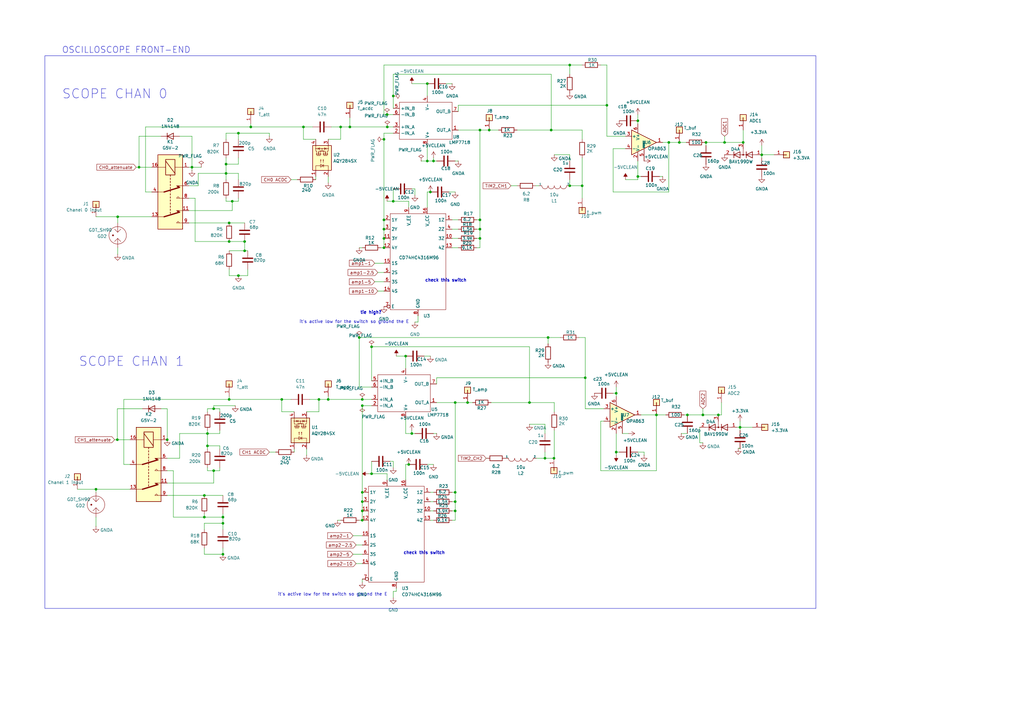
<source format=kicad_sch>
(kicad_sch (version 20231120) (generator "eeschema") (generator_version "8.0")
  (paper "A3")
  (junction (at 304.8 58.42))
  (junction (at 261.62 49.53))
  (junction (at 167.64 190.5))
  (junction (at 93.98 99.06))
  (junction (at 39.37 200.66))
  (junction (at 85.09 182.88))
  (junction (at 157.48 90.17))
  (junction (at 233.68 26.67))
  (junction (at 91.44 212.09))
  (junction (at 157.48 57.15))
  (junction (at 134.62 163.83))
  (junction (at 196.85 90.17))
  (junction (at 92.71 71.12))
  (junction (at 161.29 39.37))
  (junction (at 83.82 212.09))
  (junction (at 157.48 101.6))
  (junction (at 130.81 163.83))
  (junction (at 48.26 88.9))
  (junction (at 186.69 165.1))
  (junction (at 83.82 203.2))
  (junction (at 68.58 180.34))
  (junction (at 196.85 53.34))
  (junction (at 100.33 102.87))
  (junction (at 115.57 163.83))
  (junction (at 85.09 177.8))
  (junction (at 48.133 180.34))
  (junction (at 161.29 82.55))
  (junction (at 158.75 46.99))
  (junction (at 87.63 167.64))
  (junction (at 196.85 93.98))
  (junction (at 186.69 201.93))
  (junction (at 176.53 78.74))
  (junction (at 148.59 201.93))
  (junction (at 294.64 170.18))
  (junction (at 157.48 97.79))
  (junction (at 157.48 93.98))
  (junction (at 102.87 52.07))
  (junction (at 166.37 146.05))
  (junction (at 93.98 91.44))
  (junction (at 139.7 52.07))
  (junction (at 175.26 34.29))
  (junction (at 191.77 165.1))
  (junction (at 152.4 194.31))
  (junction (at 289.56 58.42))
  (junction (at 252.73 161.29))
  (junction (at 288.29 170.18))
  (junction (at 148.59 213.36))
  (junction (at 281.94 170.18))
  (junction (at 148.59 209.55))
  (junction (at 87.63 193.04))
  (junction (at 303.53 175.26))
  (junction (at 100.33 99.06))
  (junction (at 240.03 154.94))
  (junction (at 186.69 209.55))
  (junction (at 217.17 165.1))
  (junction (at 224.79 138.43))
  (junction (at 223.52 187.96))
  (junction (at 91.44 214.63))
  (junction (at 227.203 187.96))
  (junction (at 297.18 58.42))
  (junction (at 124.46 52.07))
  (junction (at 97.79 113.03))
  (junction (at 248.92 43.18))
  (junction (at 158.8513 52.07))
  (junction (at 148.59 163.83))
  (junction (at 226.06 53.34))
  (junction (at 177.8 66.04))
  (junction (at 57.023 68.58))
  (junction (at 252.73 185.42))
  (junction (at 148.59 205.74))
  (junction (at 200.66 53.34))
  (junction (at 175.26 66.04))
  (junction (at 274.32 58.42))
  (junction (at 238.76 76.2))
  (junction (at 147.32 138.43))
  (junction (at 168.91 177.8))
  (junction (at 93.98 163.83))
  (junction (at 91.44 227.33))
  (junction (at 196.85 97.79))
  (junction (at 148.59 166.37))
  (junction (at 186.69 205.74))
  (junction (at 78.74 68.58))
  (junction (at 143.51 52.07))
  (junction (at 97.79 54.61))
  (junction (at 92.71 67.31))
  (junction (at 261.62 72.39))
  (junction (at 269.24 170.18))
  (junction (at 278.638 58.42))
  (junction (at 95.25 82.55))
  (junction (at 152.4 142.24))
  (junction (at 312.42 63.5))
  (junction (at 233.68 76.2))
  (wire (pts (xy 83.82 214.63) (xy 91.44 214.63)))
  (wire (pts (xy 162.56 146.05) (xy 166.37 146.05)))
  (wire (pts (xy 186.69 165.1) (xy 191.77 165.1)))
  (wire (pts (xy 179.07 165.1) (xy 186.69 165.1)))
  (wire (pts (xy 251.46 60.96) (xy 251.46 78.74)))
  (wire (pts (xy 125.73 184.15) (xy 125.73 186.69)))
  (wire (pts (xy 80.01 81.28) (xy 80.01 99.06)))
  (wire (pts (xy 87.63 167.64) (xy 90.17 167.64)))
  (wire (pts (xy 186.69 66.04) (xy 187.96 66.04)))
  (wire (pts (xy 92.71 71.12) (xy 92.71 67.31)))
  (wire (pts (xy 223.52 185.42) (xy 223.52 187.96)))
  (wire (pts (xy 196.85 53.34) (xy 200.66 53.34)))
  (wire (pts (xy 186.69 165.1) (xy 186.69 201.93)))
  (wire (pts (xy 31.75 200.66) (xy 39.37 200.66)))
  (wire (pts (xy 227.33 187.96) (xy 227.33 176.53)))
  (wire (pts (xy 83.82 227.33) (xy 91.44 227.33)))
  (wire (pts (xy 166.37 190.5) (xy 167.64 190.5)))
  (wire (pts (xy 85.09 193.04) (xy 85.09 191.77)))
  (wire (pts (xy 274.32 58.42) (xy 278.638 58.42)))
  (wire (pts (xy 48.2346 104.267) (xy 48.26 101.6)))
  (wire (pts (xy 224.79 138.43) (xy 224.79 140.97)))
  (wire (pts (xy 77.47 81.28) (xy 80.01 81.28)))
  (wire (pts (xy 289.56 58.42) (xy 297.18 58.42)))
  (wire (pts (xy 115.57 163.83) (xy 119.38 163.83)))
  (wire (pts (xy 227.203 187.96) (xy 223.52 187.96)))
  (wire (pts (xy 148.59 201.93) (xy 148.59 205.74)))
  (wire (pts (xy 73.66 55.88) (xy 78.74 55.88)))
  (wire (pts (xy 85.09 182.88) (xy 90.17 182.88)))
  (wire (pts (xy 168.91 34.29) (xy 175.26 34.29)))
  (wire (pts (xy 176.53 205.74) (xy 177.8 205.74)))
  (wire (pts (xy 256.54 73.66) (xy 261.62 73.66)))
  (wire (pts (xy 91.44 214.63) (xy 91.44 217.17)))
  (wire (pts (xy 227.33 187.96) (xy 227.203 187.96)))
  (wire (pts (xy 93.98 110.49) (xy 93.98 113.03)))
  (wire (pts (xy 162.56 242.57) (xy 162.56 241.3)))
  (wire (pts (xy 81.28 76.2) (xy 81.28 71.12)))
  (wire (pts (xy 227.33 63.5) (xy 233.68 63.5)))
  (wire (pts (xy 297.18 55.88) (xy 297.18 58.42)))
  (wire (pts (xy 212.09 53.34) (xy 226.06 53.34)))
  (wire (pts (xy 289.052 58.42) (xy 289.56 58.42)))
  (wire (pts (xy 166.37 177.8) (xy 166.37 171.45)))
  (wire (pts (xy 303.53 172.72) (xy 303.53 175.26)))
  (wire (pts (xy 90.17 191.77) (xy 90.17 193.04)))
  (wire (pts (xy 68.58 180.34) (xy 68.58 167.64)))
  (wire (pts (xy 175.26 78.74) (xy 175.26 85.09)))
  (wire (pts (xy 110.49 185.42) (xy 113.03 185.42)))
  (wire (pts (xy 295.91 165.1) (xy 295.91 170.18)))
  (wire (pts (xy 233.68 63.5) (xy 233.68 66.04)))
  (wire (pts (xy 151.13 194.31) (xy 152.4 194.31)))
  (wire (pts (xy 252.73 161.29) (xy 252.73 162.56)))
  (wire (pts (xy 161.29 189.23) (xy 161.29 191.77)))
  (wire (pts (xy 248.92 26.67) (xy 248.92 43.18)))
  (wire (pts (xy 87.63 167.64) (xy 87.63 166.37)))
  (wire (pts (xy 129.54 72.39) (xy 129.54 73.66)))
  (wire (pts (xy 138.43 213.36) (xy 139.7 213.36)))
  (wire (pts (xy 77.47 91.44) (xy 93.98 91.44)))
  (wire (pts (xy 91.44 227.33) (xy 91.44 224.79)))
  (wire (pts (xy 144.78 219.71) (xy 148.59 219.71)))
  (wire (pts (xy 185.42 97.79) (xy 187.96 97.79)))
  (wire (pts (xy 261.62 72.39) (xy 261.62 73.66)))
  (wire (pts (xy 303.53 175.26) (xy 303.53 176.53)))
  (wire (pts (xy 252.73 185.42) (xy 254 185.42)))
  (wire (pts (xy 83.82 224.79) (xy 83.82 227.33)))
  (wire (pts (xy 175.26 34.29) (xy 175.26 39.37)))
  (wire (pts (xy 312.42 63.5) (xy 312.42 64.77)))
  (wire (pts (xy 274.32 78.74) (xy 274.32 58.42)))
  (wire (pts (xy 152.4 166.37) (xy 148.59 166.37)))
  (wire (pts (xy 158.8513 52.07) (xy 161.29 52.07)))
  (wire (pts (xy 312.42 63.5) (xy 317.5 63.5)))
  (wire (pts (xy 92.71 64.77) (xy 92.71 67.31)))
  (wire (pts (xy 59.69 78.74) (xy 59.69 52.07)))
  (wire (pts (xy 100.33 102.87) (xy 100.33 99.06)))
  (wire (pts (xy 179.07 154.94) (xy 179.07 157.48)))
  (wire (pts (xy 77.47 86.36) (xy 95.25 86.36)))
  (wire (pts (xy 153.67 115.57) (xy 157.48 115.57)))
  (wire (pts (xy 185.42 34.29) (xy 182.88 34.29)))
  (wire (pts (xy 246.38 26.67) (xy 248.92 26.67)))
  (wire (pts (xy 171.45 132.08) (xy 171.45 129.54)))
  (wire (pts (xy 185.42 93.98) (xy 187.96 93.98)))
  (wire (pts (xy 158.75 194.31) (xy 158.75 196.85)))
  (wire (pts (xy 95.25 86.36) (xy 95.25 82.55)))
  (wire (pts (xy 186.69 201.93) (xy 186.69 205.74)))
  (wire (pts (xy 209.55 76.2) (xy 212.09 76.2)))
  (wire (pts (xy 48.26 88.9) (xy 62.23 88.9)))
  (wire (pts (xy 271.78 58.42) (xy 274.32 58.42)))
  (wire (pts (xy 135.89 52.07) (xy 139.7 52.07)))
  (wire (pts (xy 157.48 26.67) (xy 157.48 46.99)))
  (wire (pts (xy 102.87 52.07) (xy 102.87 50.8)))
  (wire (pts (xy 48.133 167.64) (xy 58.42 167.64)))
  (wire (pts (xy 196.85 53.34) (xy 196.85 90.17)))
  (wire (pts (xy 256.54 60.96) (xy 251.46 60.96)))
  (wire (pts (xy 175.26 66.04) (xy 177.8 66.04)))
  (wire (pts (xy 303.53 184.15) (xy 303.53 183.896)))
  (wire (pts (xy 187.96 43.18) (xy 187.96 45.72)))
  (wire (pts (xy 50.8 163.83) (xy 93.98 163.83)))
  (wire (pts (xy 252.73 177.8) (xy 252.73 185.42)))
  (wire (pts (xy 157.48 46.99) (xy 158.75 46.99)))
  (wire (pts (xy 152.4 194.31) (xy 158.75 194.31)))
  (wire (pts (xy 246.38 172.72) (xy 246.38 193.04)))
  (wire (pts (xy 129.54 57.15) (xy 124.46 57.15)))
  (wire (pts (xy 48.133 180.34) (xy 48.133 167.64)))
  (wire (pts (xy 57.023 68.58) (xy 57.023 55.88)))
  (wire (pts (xy 120.65 168.91) (xy 115.57 168.91)))
  (wire (pts (xy 168.91 177.8) (xy 170.18 177.8)))
  (wire (pts (xy 233.68 76.2) (xy 238.76 76.2)))
  (wire (pts (xy 166.37 146.05) (xy 166.37 151.13)))
  (wire (pts (xy 196.85 97.79) (xy 196.85 101.6)))
  (wire (pts (xy 124.46 52.07) (xy 124.46 57.15)))
  (wire (pts (xy 91.44 214.63) (xy 91.44 212.09)))
  (wire (pts (xy 73.66 187.96) (xy 73.66 177.8)))
  (wire (pts (xy 158.75 82.55) (xy 161.29 82.55)))
  (wire (pts (xy 186.69 209.55) (xy 186.69 213.36)))
  (wire (pts (xy 57.023 68.58) (xy 62.23 68.58)))
  (wire (pts (xy 269.24 193.04) (xy 269.24 170.18)))
  (wire (pts (xy 199.39 187.96) (xy 199.644 187.96)))
  (wire (pts (xy 83.82 210.82) (xy 83.82 212.09)))
  (wire (pts (xy 264.16 185.42) (xy 264.16 186.69)))
  (wire (pts (xy 154.94 119.38) (xy 157.48 119.38)))
  (wire (pts (xy 161.29 82.55) (xy 167.64 82.55)))
  (wire (pts (xy 281.94 170.18) (xy 288.29 170.18)))
  (wire (pts (xy 97.79 54.61) (xy 97.79 57.15)))
  (wire (pts (xy 93.98 99.06) (xy 80.01 99.06)))
  (wire (pts (xy 157.48 57.15) (xy 157.48 90.17)))
  (wire (pts (xy 158.75 46.99) (xy 161.29 46.99)))
  (wire (pts (xy 68.58 193.04) (xy 71.12 193.04)))
  (wire (pts (xy 186.69 213.36) (xy 185.42 213.36)))
  (wire (pts (xy 157.48 54.61) (xy 157.48 57.15)))
  (wire (pts (xy 39.37 88.9) (xy 48.26 88.9)))
  (wire (pts (xy 166.37 190.5) (xy 166.37 196.85)))
  (wire (pts (xy 134.62 163.83) (xy 148.59 163.83)))
  (wire (pts (xy 219.964 187.96) (xy 223.52 187.96)))
  (wire (pts (xy 185.42 201.93) (xy 186.69 201.93)))
  (wire (pts (xy 224.79 138.43) (xy 229.87 138.43)))
  (wire (pts (xy 238.76 76.2) (xy 238.76 81.28)))
  (wire (pts (xy 55.88 68.58) (xy 57.023 68.58)))
  (wire (pts (xy 92.71 71.12) (xy 97.79 71.12)))
  (wire (pts (xy 68.58 198.12) (xy 87.63 198.12)))
  (wire (pts (xy 289.56 59.69) (xy 289.56 58.42)))
  (wire (pts (xy 85.09 177.8) (xy 85.09 182.88)))
  (wire (pts (xy 223.52 173.99) (xy 217.17 173.99)))
  (wire (pts (xy 148.59 237.49) (xy 148.59 238.76)))
  (wire (pts (xy 85.09 184.15) (xy 85.09 182.88)))
  (wire (pts (xy 152.4 189.23) (xy 152.4 194.31)))
  (wire (pts (xy 39.37 200.66) (xy 39.37 201.93)))
  (wire (pts (xy 186.69 209.55) (xy 185.42 209.55)))
  (wire (pts (xy 170.18 77.47) (xy 170.18 80.01)))
  (wire (pts (xy 68.58 187.96) (xy 73.66 187.96)))
  (wire (pts (xy 303.53 183.896) (xy 302.768 183.896)))
  (wire (pts (xy 176.53 201.93) (xy 177.8 201.93)))
  (wire (pts (xy 119.38 73.66) (xy 121.92 73.66)))
  (wire (pts (xy 195.58 90.17) (xy 196.85 90.17)))
  (wire (pts (xy 187.96 43.18) (xy 248.92 43.18)))
  (wire (pts (xy 269.24 170.18) (xy 273.05 170.18)))
  (wire (pts (xy 161.29 30.48) (xy 226.06 30.48)))
  (wire (pts (xy 68.58 167.64) (xy 66.04 167.64)))
  (wire (pts (xy 46.99 180.34) (xy 48.133 180.34)))
  (wire (pts (xy 156.21 101.6) (xy 157.48 101.6)))
  (wire (pts (xy 62.23 78.74) (xy 59.69 78.74)))
  (wire (pts (xy 166.37 177.8) (xy 168.91 177.8)))
  (wire (pts (xy 85.09 168.91) (xy 85.09 167.64)))
  (wire (pts (xy 83.82 203.2) (xy 91.44 203.2)))
  (wire (pts (xy 312.42 59.69) (xy 312.42 63.5)))
  (wire (pts (xy 92.71 67.31) (xy 97.79 67.31)))
  (wire (pts (xy 168.91 77.47) (xy 170.18 77.47)))
  (wire (pts (xy 196.85 90.17) (xy 196.85 93.98)))
  (wire (pts (xy 90.17 177.8) (xy 90.17 176.53)))
  (wire (pts (xy 146.05 223.52) (xy 148.59 223.52)))
  (wire (pts (xy 252.73 186.69) (xy 252.73 185.42)))
  (wire (pts (xy 78.74 68.58) (xy 82.55 68.58)))
  (wire (pts (xy 238.76 64.77) (xy 238.76 76.2)))
  (wire (pts (xy 271.78 72.39) (xy 270.51 72.39)))
  (wire (pts (xy 48.26 88.9) (xy 48.26 91.44)))
  (wire (pts (xy 127 163.83) (xy 130.81 163.83)))
  (wire (pts (xy 91.44 212.09) (xy 91.44 210.82)))
  (wire (pts (xy 48.133 180.34) (xy 53.34 180.34)))
  (wire (pts (xy 148.59 163.83) (xy 152.4 163.83)))
  (wire (pts (xy 143.51 48.26) (xy 143.51 52.07)))
  (wire (pts (xy 177.8 64.77) (xy 177.8 66.04)))
  (wire (pts (xy 185.42 205.74) (xy 186.69 205.74)))
  (wire (pts (xy 147.32 101.6) (xy 148.59 101.6)))
  (wire (pts (xy 303.53 175.26) (xy 308.61 175.26)))
  (wire (pts (xy 238.76 26.67) (xy 233.68 26.67)))
  (wire (pts (xy 97.79 113.03) (xy 101.6 113.03)))
  (wire (pts (xy 92.71 54.61) (xy 97.79 54.61)))
  (wire (pts (xy 134.62 57.15) (xy 139.7 57.15)))
  (wire (pts (xy 85.09 177.8) (xy 90.17 177.8)))
  (wire (pts (xy 147.32 138.43) (xy 147.32 158.75)))
  (wire (pts (xy 179.07 154.94) (xy 240.03 154.94)))
  (wire (pts (xy 161.29 39.37) (xy 161.29 30.48)))
  (wire (pts (xy 101.6 113.03) (xy 101.6 110.49)))
  (wire (pts (xy 97.79 54.61) (xy 110.49 54.61)))
  (wire (pts (xy 261.62 72.39) (xy 262.89 72.39)))
  (wire (pts (xy 93.98 113.03) (xy 97.79 113.03)))
  (wire (pts (xy 176.53 209.55) (xy 177.8 209.55)))
  (wire (pts (xy 90.17 193.04) (xy 87.63 193.04)))
  (wire (pts (xy 95.25 82.55) (xy 92.71 82.55)))
  (wire (pts (xy 161.29 242.57) (xy 162.56 242.57)))
  (wire (pts (xy 240.03 138.43) (xy 240.03 154.94)))
  (wire (pts (xy 248.92 43.18) (xy 248.92 55.88)))
  (wire (pts (xy 227.33 165.1) (xy 217.17 165.1)))
  (wire (pts (xy 161.29 77.47) (xy 161.29 82.55)))
  (wire (pts (xy 78.74 68.58) (xy 77.47 68.58)))
  (wire (pts (xy 261.62 46.99) (xy 261.62 49.53)))
  (wire (pts (xy 147.32 158.75) (xy 152.4 158.75)))
  (wire (pts (xy 238.76 57.15) (xy 238.76 53.34)))
  (wire (pts (xy 92.71 71.12) (xy 92.71 73.66)))
  (wire (pts (xy 201.422 165.1) (xy 217.17 165.1)))
  (wire (pts (xy 93.98 99.06) (xy 100.33 99.06)))
  (wire (pts (xy 227.33 168.91) (xy 227.33 165.1)))
  (wire (pts (xy 157.48 26.67) (xy 233.68 26.67)))
  (wire (pts (xy 85.09 177.8) (xy 85.09 176.53)))
  (wire (pts (xy 219.71 76.2) (xy 220.98 76.2)))
  (wire (pts (xy 57.023 55.88) (xy 66.04 55.88)))
  (wire (pts (xy 73.66 177.8) (xy 85.09 177.8)))
  (wire (pts (xy 81.28 71.12) (xy 92.71 71.12)))
  (wire (pts (xy 217.17 142.24) (xy 217.17 165.1)))
  (wire (pts (xy 191.77 165.1) (xy 193.802 165.1)))
  (wire (pts (xy 240.03 154.94) (xy 240.03 167.64)))
  (wire (pts (xy 87.63 166.37) (xy 96.52 166.37)))
  (wire (pts (xy 139.7 52.07) (xy 143.51 52.07)))
  (wire (pts (xy 90.17 182.88) (xy 90.17 184.15)))
  (wire (pts (xy 120.65 184.15) (xy 120.65 185.42)))
  (wire (pts (xy 92.71 82.55) (xy 92.71 81.28)))
  (wire (pts (xy 161.29 54.61) (xy 157.48 54.61)))
  (wire (pts (xy 196.85 101.6) (xy 195.58 101.6)))
  (wire (pts (xy 83.82 217.17) (xy 83.82 214.63)))
  (wire (pts (xy 83.82 212.09) (xy 71.12 212.09)))
  (wire (pts (xy 185.42 90.17) (xy 187.96 90.17)))
  (wire (pts (xy 281.432 58.42) (xy 278.638 58.42)))
  (wire (pts (xy 200.66 53.34) (xy 204.47 53.34)))
  (wire (pts (xy 185.42 101.6) (xy 187.96 101.6)))
  (wire (pts (xy 147.32 138.43) (xy 224.79 138.43)))
  (wire (pts (xy 172.72 66.04) (xy 175.26 66.04)))
  (wire (pts (xy 261.62 49.53) (xy 261.62 50.8)))
  (wire (pts (xy 186.69 78.74) (xy 184.15 78.74)))
  (wire (pts (xy 223.52 177.8) (xy 223.52 173.99)))
  (wire (pts (xy 130.81 163.83) (xy 134.62 163.83)))
  (wire (pts (xy 288.29 170.18) (xy 294.64 170.18)))
  (wire (pts (xy 262.89 170.18) (xy 269.24 170.18)))
  (wire (pts (xy 195.58 93.98) (xy 196.85 93.98)))
  (wire (pts (xy 92.71 54.61) (xy 92.71 57.15)))
  (wire (pts (xy 187.96 53.34) (xy 196.85 53.34)))
  (wire (pts (xy 196.85 97.79) (xy 195.58 97.79)))
  (wire (pts (xy 152.4 156.21) (xy 152.4 142.24)))
  (wire (pts (xy 160.02 189.23) (xy 161.29 189.23)))
  (wire (pts (xy 233.68 26.67) (xy 233.68 30.48)))
  (wire (pts (xy 125.73 168.91) (xy 130.81 168.91)))
  (wire (pts (xy 147.32 213.36) (xy 148.59 213.36)))
  (wire (pts (xy 87.63 193.04) (xy 85.09 193.04)))
  (wire (pts (xy 261.62 66.04) (xy 261.62 72.39)))
  (wire (pts (xy 85.09 167.64) (xy 87.63 167.64)))
  (wire (pts (xy 93.98 163.83) (xy 115.57 163.83)))
  (wire (pts (xy 78.74 55.88) (xy 78.74 68.58)))
  (wire (pts (xy 97.79 81.28) (xy 97.79 82.55)))
  (wire (pts (xy 287.02 181.61) (xy 287.02 175.26)))
  (wire (pts (xy 146.05 231.14) (xy 148.59 231.14)))
  (wire (pts (xy 148.59 166.37) (xy 148.59 201.93)))
  (wire (pts (xy 248.92 55.88) (xy 256.54 55.88)))
  (wire (pts (xy 167.64 82.55) (xy 167.64 85.09)))
  (wire (pts (xy 110.49 54.61) (xy 110.49 55.88)))
  (wire (pts (xy 90.17 167.64) (xy 90.17 168.91)))
  (wire (pts (xy 39.37 212.09) (xy 39.37 215.9)))
  (wire (pts (xy 97.79 82.55) (xy 95.25 82.55)))
  (wire (pts (xy 176.53 213.36) (xy 177.8 213.36)))
  (wire (pts (xy 177.8 177.8) (xy 179.07 177.8)))
  (wire (pts (xy 97.79 71.12) (xy 97.79 73.66)))
  (wire (pts (xy 175.26 78.74) (xy 176.53 78.74)))
  (wire (pts (xy 304.8 53.34) (xy 304.8 58.42)))
  (wire (pts (xy 302.26 175.26) (xy 303.53 175.26)))
  (wire (pts (xy 39.37 200.66) (xy 53.34 200.66)))
  (wire (pts (xy 139.7 57.15) (xy 139.7 52.07)))
  (wire (pts (xy 247.65 172.72) (xy 246.38 172.72)))
  (wire (pts (xy 93.98 102.87) (xy 100.33 102.87)))
  (wire (pts (xy 157.48 93.98) (xy 157.48 97.79)))
  (wire (pts (xy 255.27 177.8) (xy 257.81 177.8)))
  (wire (pts (xy 297.18 58.42) (xy 304.8 58.42)))
  (wire (pts (xy 251.46 161.29) (xy 252.73 161.29)))
  (wire (pts (xy 53.34 190.5) (xy 50.8 190.5)))
  (wire (pts (xy 59.69 52.07) (xy 102.87 52.07)))
  (wire (pts (xy 170.18 132.08) (xy 171.45 132.08)))
  (wire (pts (xy 237.49 138.43) (xy 240.03 138.43)))
  (wire (pts (xy 50.8 190.5) (xy 50.8 163.83)))
  (wire (pts (xy 68.58 203.2) (xy 83.82 203.2)))
  (wire (pts (xy 177.8 66.04) (xy 179.07 66.04)))
  (wire (pts (xy 161.29 242.57) (xy 161.29 245.11)))
  (wire (pts (xy 288.29 181.61) (xy 287.02 181.61)))
  (wire (pts (xy 246.38 193.04) (xy 269.24 193.04)))
  (wire (pts (xy 176.53 146.05) (xy 173.99 146.05)))
  (wire (pts (xy 148.59 209.55) (xy 148.59 213.36)))
  (wire (pts (xy 251.46 78.74) (xy 274.32 78.74)))
  (wire (pts (xy 261.62 185.42) (xy 264.16 185.42)))
  (wire (pts (xy 252.73 158.75) (xy 252.73 161.29)))
  (wire (pts (xy 102.87 52.07) (xy 124.46 52.07)))
  (wire (pts (xy 240.03 167.64) (xy 247.65 167.64)))
  (wire (pts (xy 71.12 193.04) (xy 71.12 212.09)))
  (wire (pts (xy 175.26 66.04) (xy 175.26 59.69)))
  (wire (pts (xy 161.29 44.45) (xy 161.29 39.37)))
  (wire (pts (xy 97.79 67.31) (xy 97.79 64.77)))
  (wire (pts (xy 130.81 168.91) (xy 130.81 163.83)))
  (wire (pts (xy 148.59 205.74) (xy 148.59 209.55)))
  (wire (pts (xy 294.64 170.18) (xy 295.91 170.18)))
  (wire (pts (xy 157.48 90.17) (xy 157.48 93.98)))
  (wire (pts (xy 93.98 163.83) (xy 93.98 162.56)))
  (wire (pts (xy 134.62 163.83) (xy 134.62 162.56)))
  (wire (pts (xy 157.48 97.79) (xy 157.48 101.6)))
  (wire (pts (xy 226.06 30.48) (xy 226.06 53.34)))
  (wire (pts (xy 288.29 167.64) (xy 288.29 170.18)))
  (wire (pts (xy 100.33 102.87) (xy 101.6 102.87)))
  (wire (pts (xy 186.69 205.74) (xy 186.69 209.55)))
  (wire (pts (xy 281.94 170.18) (xy 280.67 170.18)))
  (wire (pts (xy 78.74 69.85) (xy 78.74 68.58)))
  (wire (pts (xy 143.51 52.07) (xy 158.8513 52.07)))
  (wire (pts (xy 154.94 111.76) (xy 157.48 111.76)))
  (wire (pts (xy 279.4 177.8) (xy 281.94 177.8)))
  (wire (pts (xy 168.91 176.53) (xy 168.91 177.8)))
  (wire (pts (xy 177.8 190.5) (xy 175.26 190.5)))
  (wire (pts (xy 152.4 142.24) (xy 217.17 142.24)))
  (wire (pts (xy 124.46 52.07) (xy 128.27 52.07)))
  (wire (pts (xy 83.82 212.09) (xy 91.44 212.09)))
  (wire (pts (xy 144.78 227.33) (xy 148.59 227.33)))
  (wire (pts (xy 134.62 72.39) (xy 134.62 74.93)))
  (wire (pts (xy 233.68 73.66) (xy 233.68 76.2)))
  (wire (pts (xy 196.85 93.98) (xy 196.85 97.79)))
  (wire (pts (xy 115.57 168.91) (xy 115.57 163.83)))
  (wire (pts (xy 153.67 107.95) (xy 157.48 107.95)))
  (wire (pts (xy 238.76 53.34) (xy 226.06 53.34)))
  (wire (pts (xy 87.63 198.12) (xy 87.63 193.04)))
  (wire (pts (xy 93.98 91.44) (xy 100.33 91.44)))
  (wire (pts (xy 77.47 76.2) (xy 81.28 76.2)))
  (rectangle (start 18.415 22.86) (end 334.645 249.555))
  (text "OSCILLOSCOPE FRONT-END" (at 25.4 22.098 0) (effects (font (size 2.54 2.54)) (justify left bottom)))
  (text "it's active low for the switch so ground the E\n" (at 145.288 132.08 0) (effects (font (size 1.27 1.27))))
  (text "SCOPE CHAN 0\n" (at 25.4 40.894 0) (effects (font (size 3.81 3.81)) (justify left bottom)))
  (text "it's active low for the switch so ground the E\n" (at 136.398 243.84 0) (effects (font (size 1.27 1.27))))
  (text "SCOPE CHAN 1" (at 32.258 150.622 0) (effects (font (size 3.81 3.81)) (justify left bottom)))
  (text "tie high?" (at 152.146 128.27 0) (effects (font (size 1.27 1.27) (thickness 0.254) (bold yes))))
  (text "check this switch" (at 182.88 115.062 0) (effects (font (size 1.27 1.27) (thickness 0.254) (bold yes))))
  (text "check this switch" (at 173.99 226.822 0) (effects (font (size 1.27 1.27) (thickness 0.254) (bold yes))))
  (global_label "amp2-1" (shape input) (at 144.78 219.71 180) (property "Intersheetrefs" "${INTERSHEET_REFS}" (effects (hide yes))))
  (global_label "CH1_attenuate" (shape input) (at 46.99 180.34 180) (property "Intersheetrefs" "${INTERSHEET_REFS}" (effects (hide yes))))
  (global_label "CH0 ACDC" (shape input) (at 119.38 73.66 180) (property "Intersheetrefs" "${INTERSHEET_REFS}" (effects (hide yes))))
  (global_label "CH1 ACDC" (shape input) (at 110.49 185.42 180) (property "Intersheetrefs" "${INTERSHEET_REFS}" (effects (hide yes))))
  (global_label "amp1-2.5" (shape input) (at 154.94 111.76 180) (property "Intersheetrefs" "${INTERSHEET_REFS}" (effects (hide yes))))
  (global_label "amp2-5" (shape input) (at 144.78 227.33 180) (property "Intersheetrefs" "${INTERSHEET_REFS}" (effects (hide yes))))
  (global_label "amp2-10" (shape input) (at 146.05 231.14 180) (property "Intersheetrefs" "${INTERSHEET_REFS}" (effects (hide yes))))
  (global_label "amp2-2.5" (shape input) (at 146.05 223.52 180) (property "Intersheetrefs" "${INTERSHEET_REFS}" (effects (hide yes))))
  (global_label "CH0_attenuate" (shape input) (at 55.88 68.58 180) (property "Intersheetrefs" "${INTERSHEET_REFS}" (effects (hide yes))))
  (global_label "amp1-1" (shape input) (at 153.67 107.95 180) (property "Intersheetrefs" "${INTERSHEET_REFS}" (effects (hide yes))))
  (global_label "amp1-5" (shape input) (at 153.67 115.57 180) (property "Intersheetrefs" "${INTERSHEET_REFS}" (effects (hide yes))))
  (global_label "TIM2_CH1" (shape input) (at 209.55 76.2 180) (property "Intersheetrefs" "${INTERSHEET_REFS}" (effects (hide yes))))
  (global_label "amp1-10" (shape input) (at 154.94 119.38 180) (property "Intersheetrefs" "${INTERSHEET_REFS}" (effects (hide yes))))
  (global_label "ADC2" (shape input) (at 288.29 167.64 90) (property "Intersheetrefs" "${INTERSHEET_REFS}" (effects (hide yes))))
  (global_label "TIM2_CH2" (shape input) (at 199.39 187.96 180) (property "Intersheetrefs" "${INTERSHEET_REFS}" (effects (hide yes))))
  (global_label "ADC1" (shape input) (at 297.18 55.88 90) (property "Intersheetrefs" "${INTERSHEET_REFS}" (effects (hide yes))))
  (symbol (lib_id "power:GND") (at 148.59 238.76 0) (unit 1)
    (property "Reference" "#PWR013" (effects (hide yes)))
    (property "Value" "GND" (at 148.59 243.84 0))
  )
  (symbol (lib_id "power:+3.3V") (at 312.42 59.69 0) (unit 1)
    (property "Reference" "#PWR040" (effects (hide yes)))
    (property "Value" "+3.3VA" (at 311.15 54.229 0))
  )
  (symbol (lib_id "power:GNDA") (at 297.18 63.5 0) (unit 1)
    (property "Reference" "#PWR050" (effects (hide yes)))
    (property "Value" "GNDA" (at 297.18 68.58 0))
  )
  (symbol (lib_id "Connector_Generic:Conn_01x01") (at 200.66 48.26 90) (unit 1)
    (property "Reference" "J8" (at 199.644 45.466 90) (effects (justify right)))
    (property "Value" "T_amp" (at 202.692 48.006 90) (effects (justify right)))
    (property "Footprint" "Connector_PinHeader_2.54mm:PinHeader_1x01_P2.54mm_Vertical" (effects (hide yes)))
  )
  (symbol (lib_id "Device:R") (at 83.82 207.01 0) (mirror x) (unit 1)
    (property "Reference" "R6" (at 81.28 205.7399 0) (effects (justify right)))
    (property "Value" "820K" (at 81.28 208.2799 0) (effects (justify right)))
    (property "Footprint" "Resistor_SMD:R_0603_1608Metric_Pad0.98x0.95mm_HandSolder" (effects (hide yes)))
  )
  (symbol (lib_id "power:GNDA") (at 97.79 113.03 0) (unit 1)
    (property "Reference" "#PWR08" (effects (hide yes)))
    (property "Value" "GNDA" (at 97.79 118.11 0))
  )
  (symbol (lib_id "Device:C") (at 179.07 34.29 90) (unit 1)
    (property "Reference" "C16" (at 181.864 35.56 90))
    (property "Value" "100n" (at 179.5272 37.846 90))
    (property "Footprint" "Capacitor_SMD:C_0603_1608Metric_Pad1.08x0.95mm_HandSolder" (effects (hide yes)))
  )
  (symbol (lib_id "power:-5V") (at 158.75 82.55 0) (unit 1)
    (property "Reference" "#PWR016" (effects (hide yes)))
    (property "Value" "-5VCLEAN" (at 158.75 77.47 0))
  )
  (symbol (lib_id "Device:R") (at 181.61 201.93 90) (unit 1)
    (property "Reference" "R23" (at 181.8894 199.4154 90))
    (property "Value" "6.2" (at 181.4322 201.7268 90))
    (property "Footprint" "Resistor_SMD:R_0603_1608Metric_Pad0.98x0.95mm_HandSolder" (effects (hide yes)))
  )
  (symbol (lib_id "power:PWR_FLAG") (at 157.48 57.15 90) (unit 1)
    (property "Reference" "#FLG05" (effects (hide yes)))
    (property "Value" "PWR_FLAG" (at 152.908 61.722 0))
  )
  (symbol (lib_id "Device:R") (at 191.77 90.17 90) (unit 1)
    (property "Reference" "R17" (at 192.0494 87.6554 90))
    (property "Value" "6.2" (at 191.5922 89.9668 90))
    (property "Footprint" "Resistor_SMD:R_0603_1608Metric_Pad0.98x0.95mm_HandSolder" (effects (hide yes)))
  )
  (symbol (lib_id "Device:R") (at 83.82 220.98 0) (mirror x) (unit 1)
    (property "Reference" "R18" (at 81.915 219.7099 0) (effects (justify right)))
    (property "Value" "68K" (at 81.915 222.2499 0) (effects (justify right)))
    (property "Footprint" "Resistor_SMD:R_0603_1608Metric_Pad0.98x0.95mm_HandSolder" (effects (hide yes)))
  )
  (symbol (lib_id "Device:R") (at 181.61 209.55 90) (unit 1)
    (property "Reference" "R25" (at 181.8894 207.3148 90))
    (property "Value" "3.9K" (at 181.61 209.55 90))
    (property "Footprint" "Resistor_SMD:R_0603_1608Metric_Pad0.98x0.95mm_HandSolder" (effects (hide yes)))
  )
  (symbol (lib_id "power:GNDA") (at 224.79 148.59 0) (unit 1)
    (property "Reference" "#PWR034" (effects (hide yes)))
    (property "Value" "GNDA" (at 229.108 150.114 0))
  )
  (symbol (lib_id "Device:C") (at 266.7 72.39 90) (unit 1)
    (property "Reference" "C19" (at 266.7 69.088 90))
    (property "Value" "100n" (at 267.1572 75.946 90))
    (property "Footprint" "Capacitor_SMD:C_0603_1608Metric_Pad1.08x0.95mm_HandSolder" (effects (hide yes)))
  )
  (symbol (lib_id "Device:R") (at 233.68 34.29 0) (unit 1)
    (property "Reference" "R27" (at 228.346 33.274 0) (effects (justify left)))
    (property "Value" "2K" (at 229.616 35.306 0) (effects (justify left)))
    (property "Footprint" "Resistor_SMD:R_0603_1608Metric_Pad0.98x0.95mm_HandSolder" (effects (hide yes)))
  )
  (symbol (lib_name "PWR_FLAG_8") (lib_id "power:PWR_FLAG") (at 158.75 46.99 0) (unit 1)
    (property "Reference" "#FLG06" (effects (hide yes)))
    (property "Value" "PWR_FLAG" (at 154.178 42.418 0))
  )
  (symbol (lib_name "-5V_5") (lib_id "power:-5V") (at 256.54 73.66 0) (unit 1)
    (property "Reference" "#PWR043" (effects (hide yes)))
    (property "Value" "-5VCLEAN" (at 256.54 68.58 0))
  )
  (symbol (lib_id "Connector_Generic:Conn_01x01") (at 313.69 175.26 0) (unit 1)
    (property "Reference" "J16" (at 316.23 173.9899 0) (effects (justify left)))
    (property "Value" "+3.3VA" (at 316.23 176.5299 0) (effects (justify left)))
    (property "Footprint" "Connector_PinHeader_2.54mm:PinHeader_1x01_P2.54mm_Vertical" (effects (hide yes)))
  )
  (symbol (lib_id "Device:GDT_2Pin") (at 48.26 96.52 180) (unit 1)
    (property "Reference" "GD2" (at 39.878 96.901 0) (effects (justify right)))
    (property "Value" "GDT_SH90" (at 36.322 94.361 0) (effects (justify right)))
    (property "Footprint" "footprints:GDT_SH_LTF" (effects (hide yes)))
  )
  (symbol (lib_id "power:GNDA") (at 179.07 177.8 0) (unit 1)
    (property "Reference" "#PWR029" (effects (hide yes)))
    (property "Value" "GNDA" (at 183.388 179.324 0))
  )
  (symbol (lib_id "power:GNDA") (at 233.68 38.1 0) (unit 1)
    (property "Reference" "#PWR035" (effects (hide yes)))
    (property "Value" "GNDA" (at 237.998 39.624 0))
  )
  (symbol (lib_id "Relay:G5V-2") (at 69.85 78.74 270) (unit 1)
    (property "Reference" "K1" (at 69.85 58.1406 90))
    (property "Value" "G5V-2" (at 69.85 60.6806 90))
    (property "Footprint" "Relay_THT:Relay_DPDT_Omron_G5V-2" (effects (hide yes)))
    (property "Datasheet" "http://omronfs.omron.com/en_US/ecb/products/pdf/en-g5v_2.pdf" (effects (hide yes)))
  )
  (symbol (lib_id "Device:R") (at 233.68 138.43 90) (unit 1)
    (property "Reference" "R31" (at 234.0864 136.3726 90))
    (property "Value" "1K" (at 233.8832 138.4554 90))
    (property "Footprint" "Resistor_SMD:R_0603_1608Metric_Pad0.98x0.95mm_HandSolder" (effects (hide yes)))
  )
  (symbol (lib_id "Relay_SolidState:TLP3123") (at 132.08 64.77 90) (unit 1)
    (property "Reference" "U2" (at 136.652 63.4999 90) (effects (justify right)))
    (property "Value" "AQY284SX" (at 136.652 66.0399 90) (effects (justify right)))
    (property "Footprint" "Package_SO:SOP-4_3.8x4.1mm_P2.54mm" (effects (hide yes)))
    (property "Datasheet" "https://toshiba.semicon-storage.com/info/docget.jsp?did=10047&prodName=TLP3123" (effects (hide yes)))
  )
  (symbol (lib_id "power:GNDA") (at 288.29 181.61 0) (unit 1)
    (property "Reference" "#PWR048" (effects (hide yes)))
    (property "Value" "GNDA" (at 292.608 183.134 0))
  )
  (symbol (lib_id "Device:R") (at 93.98 106.68 0) (mirror x) (unit 1)
    (property "Reference" "R6" (at 92.075 105.4099 0) (effects (justify right)))
    (property "Value" "68K" (at 92.075 107.9499 0) (effects (justify right)))
    (property "Footprint" "Resistor_SMD:R_0603_1608Metric_Pad0.98x0.95mm_HandSolder" (effects (hide yes)))
  )
  (symbol (lib_id "Device:C") (at 303.53 180.34 0) (unit 1)
    (property "Reference" "C26" (at 305.054 178.562 0))
    (property "Value" "100n" (at 306.578 182.88 0))
    (property "Footprint" "Capacitor_SMD:C_0603_1608Metric_Pad1.08x0.95mm_HandSolder" (effects (hide yes)))
  )
  (symbol (lib_id "Device:R") (at 191.77 101.6 90) (unit 1)
    (property "Reference" "R20" (at 191.5922 99.7458 90))
    (property "Value" "9.1K" (at 191.5922 101.6 90))
    (property "Footprint" "Resistor_SMD:R_0603_1608Metric_Pad0.98x0.95mm_HandSolder" (effects (hide yes)))
  )
  (symbol (lib_id "Device:R") (at 285.242 58.42 90) (unit 1)
    (property "Reference" "R32" (at 285.623 55.0926 90))
    (property "Value" "100" (at 285.496 58.3946 90))
    (property "Footprint" "Resistor_SMD:R_0603_1608Metric_Pad0.98x0.95mm_HandSolder" (effects (hide yes)))
  )
  (symbol (lib_id "Device:R") (at 92.71 77.47 0) (mirror y) (unit 1)
    (property "Reference" "R8" (at 90.0176 76.1999 0) (effects (justify left)))
    (property "Value" "200k" (at 90.0176 78.7399 0) (effects (justify left)))
    (property "Footprint" "Resistor_SMD:R_0603_1608Metric_Pad0.98x0.95mm_HandSolder" (effects (hide yes)))
  )
  (symbol (lib_id "power:GNDA") (at 289.56 67.31 0) (unit 1)
    (property "Reference" "#PWR049" (effects (hide yes)))
    (property "Value" "GNDA" (at 289.56 72.39 0))
  )
  (symbol (lib_id "power:GNDA") (at 185.42 34.29 0) (unit 1)
    (property "Reference" "#PWR030" (effects (hide yes)))
    (property "Value" "GNDA" (at 185.42 39.37 0))
  )
  (symbol (lib_name "GND_8") (lib_id "power:GND") (at 186.69 78.74 0) (unit 1)
    (property "Reference" "#PWR031" (effects (hide yes)))
    (property "Value" "GND" (at 186.69 83.82 0))
  )
  (symbol (lib_id "power:GNDA") (at 96.52 166.37 0) (unit 1)
    (property "Reference" "#PWR05" (effects (hide yes)))
    (property "Value" "GNDA" (at 100.838 167.894 0))
  )
  (symbol (lib_id "Device:C") (at 91.44 220.98 0) (mirror y) (unit 1)
    (property "Reference" "C10" (at 97.282 218.948 0) (effects (justify left)))
    (property "Value" "820p" (at 98.806 220.98 0) (effects (justify left)))
    (property "Footprint" "Capacitor_SMD:C_0603_1608Metric_Pad1.08x0.95mm_HandSolder" (effects (hide yes)))
  )
  (symbol (lib_id "Device:C") (at 289.56 63.5 0) (unit 1)
    (property "Reference" "C26" (at 284.226 63.754 0) (effects (justify left)))
    (property "Value" "160p" (at 290.068 66.04 0) (effects (justify left)))
    (property "Footprint" "Capacitor_SMD:C_0603_1608Metric_Pad1.08x0.95mm_HandSolder" (effects (hide yes)))
  )
  (symbol (lib_id "Connector_Generic:Conn_01x01") (at 143.51 43.18 90) (unit 1)
    (property "Reference" "J5" (at 146.558 41.9099 90) (effects (justify right)))
    (property "Value" "T_acdc" (at 146.558 44.4499 90) (effects (justify right)))
    (property "Footprint" "Connector_PinHeader_2.54mm:PinHeader_1x01_P2.54mm_Vertical" (effects (hide yes)))
  )
  (symbol (lib_id "Connector_Generic:Conn_01x01") (at 278.638 53.34 90) (unit 1)
    (property "Reference" "J12" (at 276.606 51.054 90) (effects (justify right)))
    (property "Value" "T_buf" (at 280.416 52.451 90) (effects (justify right)))
    (property "Footprint" "Connector_PinHeader_2.54mm:PinHeader_1x01_P2.54mm_Vertical" (effects (hide yes)))
  )
  (symbol (lib_id "Device:R") (at 238.76 60.96 0) (mirror x) (unit 1)
    (property "Reference" "R29" (at 240.538 59.944 0) (effects (justify left)))
    (property "Value" "2K" (at 240.538 61.976 0) (effects (justify left)))
    (property "Footprint" "Resistor_SMD:R_0603_1608Metric_Pad0.98x0.95mm_HandSolder" (effects (hide yes)))
  )
  (symbol (lib_name "GND_7") (lib_id "power:GND") (at 170.18 80.01 0) (unit 1)
    (property "Reference" "#PWR022" (effects (hide yes)))
    (property "Value" "GND" (at 170.18 85.09 0))
  )
  (symbol (lib_id "power:+5V") (at 167.64 190.5 0) (unit 1)
    (property "Reference" "#PWR020" (effects (hide yes)))
    (property "Value" "+5VCLEAN" (at 167.64 185.42 0))
  )
  (symbol (lib_name "PWR_FLAG_7") (lib_id "power:PWR_FLAG") (at 158.8513 52.07 0) (unit 1)
    (property "Reference" "#FLG07" (effects (hide yes)))
    (property "Value" "PWR_FLAG" (at 154.2793 47.498 0))
  )
  (symbol (lib_name "PWR_FLAG_9") (lib_id "power:PWR_FLAG") (at 82.55 68.58 0) (unit 1)
    (property "Reference" "#FLG014" (effects (hide yes)))
    (property "Value" "PWR_FLAG" (at 77.978 64.008 0))
  )
  (symbol (lib_id "power:GNDA") (at 39.37 215.9 0) (unit 1)
    (property "Reference" "#PWR01" (effects (hide yes)))
    (property "Value" "GNDA" (at 43.688 217.424 0))
  )
  (symbol (lib_name "GND_6") (lib_id "power:GND") (at 177.8 190.5 0) (unit 1)
    (property "Reference" "#PWR028" (effects (hide yes)))
    (property "Value" "GND" (at 177.8 195.58 0))
  )
  (symbol (lib_id "Connector_Generic:Conn_01x01") (at 269.24 165.1 90) (unit 1)
    (property "Reference" "J12" (at 267.208 162.814 90) (effects (justify right)))
    (property "Value" "T_buf" (at 271.018 164.211 90) (effects (justify right)))
    (property "Footprint" "Connector_PinHeader_2.54mm:PinHeader_1x01_P2.54mm_Vertical" (effects (hide yes)))
  )
  (symbol (lib_id "Connector_Generic:Conn_01x01") (at 102.87 45.72 90) (unit 1)
    (property "Reference" "J4" (at 105.918 44.4499 90) (effects (justify right)))
    (property "Value" "T_att" (at 105.918 46.9899 90) (effects (justify right)))
    (property "Footprint" "Connector_PinHeader_2.54mm:PinHeader_1x01_P2.54mm_Vertical" (effects (hide yes)))
  )
  (symbol (lib_id "Device:R") (at 224.79 144.78 0) (unit 1)
    (property "Reference" "R29" (at 219.456 143.764 0) (effects (justify left)))
    (property "Value" "2K" (at 220.726 145.796 0) (effects (justify left)))
    (property "Footprint" "Resistor_SMD:R_0603_1608Metric_Pad0.98x0.95mm_HandSolder" (effects (hide yes)))
  )
  (symbol (lib_id "Device:C") (at 171.45 190.5 90) (unit 1)
    (property "Reference" "C15" (at 174.244 191.77 90))
    (property "Value" "100n" (at 171.9072 194.056 90))
    (property "Footprint" "Capacitor_SMD:C_0603_1608Metric_Pad1.08x0.95mm_HandSolder" (effects (hide yes)))
  )
  (symbol (lib_name "+5V_7") (lib_id "power:+5V") (at 168.91 176.53 0) (unit 1)
    (property "Reference" "#PWR021" (effects (hide yes)))
    (property "Value" "+5VCLEAN" (at 168.91 171.45 0))
  )
  (symbol (lib_id "Device:R") (at 227.33 172.72 0) (mirror x) (unit 1)
    (property "Reference" "R30" (at 229.108 171.704 0) (effects (justify left)))
    (property "Value" "2K" (at 229.108 173.736 0) (effects (justify left)))
    (property "Footprint" "Resistor_SMD:R_0603_1608Metric_Pad0.98x0.95mm_HandSolder" (effects (hide yes)))
  )
  (symbol (lib_id "Diode:1N4148") (at 62.23 167.64 0) (unit 1)
    (property "Reference" "D3" (at 62.23 161.036 0))
    (property "Value" "1N4148" (at 62.23 163.576 0))
    (property "Footprint" "Diode_THT:D_DO-35_SOD27_P7.62mm_Horizontal" (effects (hide yes)))
    (property "Datasheet" "https://assets.nexperia.com/documents/data-sheet/1N4148_1N4448.pdf" (effects (hide yes)))
  )
  (symbol (lib_id "Device:C") (at 100.33 95.25 0) (mirror y) (unit 1)
    (property "Reference" "C7" (at 104.8512 91.0336 0) (effects (justify left)))
    (property "Value" "68p" (at 106.0704 93.1672 0) (effects (justify left)))
    (property "Footprint" "Capacitor_SMD:C_0603_1608Metric_Pad1.08x0.95mm_HandSolder" (effects (hide yes)))
  )
  (symbol (lib_id "Device:R") (at 93.98 95.25 0) (mirror x) (unit 1)
    (property "Reference" "R5" (at 91.44 93.9799 0) (effects (justify right)))
    (property "Value" "820K" (at 91.44 96.5199 0) (effects (justify right)))
    (property "Footprint" "Resistor_SMD:R_0603_1608Metric_Pad0.98x0.95mm_HandSolder" (effects (hide yes)))
  )
  (symbol (lib_id "Diode:BAV199DW") (at 304.8 63.5 180) (unit 1)
    (property "Reference" "D4" (at 303.53 61.214 0) (effects (justify left)))
    (property "Value" "BAV199DW" (at 308.864 66.294 0) (effects (justify left)))
    (property "Footprint" "Package_TO_SOT_SMD:SOT-363_SC-70-6_Handsoldering" (effects (hide yes)))
    (property "Datasheet" "https://www.diodes.com/assets/Datasheets/ds30417.pdf" (effects (hide yes)))
  )
  (symbol (lib_id "Device:R") (at 242.57 26.67 90) (unit 1)
    (property "Reference" "R30" (at 242.9764 24.6126 90))
    (property "Value" "1K" (at 242.7732 26.6954 90))
    (property "Footprint" "Resistor_SMD:R_0603_1608Metric_Pad0.98x0.95mm_HandSolder" (effects (hide yes)))
  )
  (symbol (lib_name "1N4148_1") (lib_id "Diode:1N4148") (at 69.85 55.88 0) (unit 1)
    (property "Reference" "D2" (at 69.85 49.276 0))
    (property "Value" "1N4148" (at 69.85 51.816 0))
    (property "Footprint" "Diode_THT:D_DO-35_SOD27_P7.62mm_Horizontal" (effects (hide yes)))
    (property "Datasheet" "https://assets.nexperia.com/documents/data-sheet/1N4148_1N4448.pdf" (effects (hide yes)))
  )
  (symbol (lib_id "power:GNDA") (at 264.16 186.69 0) (unit 1)
    (property "Reference" "#PWR044" (effects (hide yes)))
    (property "Value" "GNDA" (at 264.16 190.754 0))
  )
  (symbol (lib_name "GND_5") (lib_id "power:GND") (at 161.29 245.11 0) (unit 1)
    (property "Reference" "#PWR018" (effects (hide yes)))
    (property "Value" "GND" (at 161.29 250.19 0))
  )
  (symbol (lib_name "-5V_4") (lib_id "power:-5V") (at 168.91 34.29 0) (unit 1)
    (property "Reference" "#PWR024" (effects (hide yes)))
    (property "Value" "-5VCLEAN" (at 168.91 29.21 0))
  )
  (symbol (lib_id "power:GNDA") (at 91.44 227.33 0) (unit 1)
    (property "Reference" "#PWR06" (effects (hide yes)))
    (property "Value" "GNDA" (at 95.758 228.854 0))
  )
  (symbol (lib_id "Device:C") (at 182.88 66.04 90) (unit 1)
    (property "Reference" "C18" (at 182.88 69.088 90))
    (property "Value" "100n" (at 183.134 62.23 90))
    (property "Footprint" "Capacitor_SMD:C_0603_1608Metric_Pad1.08x0.95mm_HandSolder" (effects (hide yes)))
  )
  (symbol (lib_id "Device:C") (at 91.44 207.01 0) (mirror y) (unit 1)
    (property "Reference" "C8" (at 95.9612 202.7936 0) (effects (justify left)))
    (property "Value" "68p" (at 97.1804 204.9272 0) (effects (justify left)))
    (property "Footprint" "Capacitor_SMD:C_0603_1608Metric_Pad1.08x0.95mm_HandSolder" (effects (hide yes)))
  )
  (symbol (lib_id "Device:R") (at 181.61 205.74 90) (unit 1)
    (property "Reference" "R24" (at 181.5084 203.7842 90))
    (property "Value" "1.5K" (at 181.61 205.74 90))
    (property "Footprint" "Resistor_SMD:R_0603_1608Metric_Pad0.98x0.95mm_HandSolder" (effects (hide yes)))
  )
  (symbol (lib_name "GND_4") (lib_id "power:GND") (at 170.18 132.08 0) (unit 1)
    (property "Reference" "#PWR023" (effects (hide yes)))
    (property "Value" "GND" (at 170.18 137.16 0))
  )
  (symbol (lib_id "Device:R") (at 152.4 101.6 90) (unit 1)
    (property "Reference" "R12" (at 153.67 97.536 90) (effects (justify left)))
    (property "Value" "1K" (at 153.67 99.568 90) (effects (justify left)))
    (property "Footprint" "Resistor_SMD:R_0603_1608Metric_Pad0.98x0.95mm_HandSolder" (effects (hide yes)))
  )
  (symbol (lib_id "Device:R") (at 125.73 73.66 270) (unit 1)
    (property "Reference" "R10" (at 124.46 76.2 90) (effects (justify left)))
    (property "Value" "240" (at 123.698 77.978 90) (effects (justify left)))
    (property "Footprint" "Resistor_SMD:R_0603_1608Metric_Pad0.98x0.95mm_HandSolder" (effects (hide yes)))
  )
  (symbol (lib_id "power:GNDA") (at 134.62 74.93 0) (unit 1)
    (property "Reference" "#PWR010" (effects (hide yes)))
    (property "Value" "GNDA" (at 134.62 80.01 0))
  )
  (symbol (lib_id "power:GNDA") (at 243.84 161.29 0) (unit 1)
    (property "Reference" "#PWR037" (effects (hide yes)))
    (property "Value" "GNDA" (at 243.586 165.608 0))
  )
  (symbol (lib_id "Device:R") (at 143.51 213.36 90) (unit 1)
    (property "Reference" "R22" (at 144.78 209.296 90) (effects (justify left)))
    (property "Value" "1K" (at 144.78 211.328 90) (effects (justify left)))
    (property "Footprint" "Resistor_SMD:R_0603_1608Metric_Pad0.98x0.95mm_HandSolder" (effects (hide yes)))
  )
  (symbol (lib_name "+3.3V_1") (lib_id "power:+3.3V") (at 303.53 172.72 0) (unit 1)
    (property "Reference" "#PWR049" (effects (hide yes)))
    (property "Value" "+3.3VA" (at 303.53 168.529 0))
  )
  (symbol (lib_id "power:GNDA") (at 227.33 63.5 0) (unit 1)
    (property "Reference" "#PWR036" (effects (hide yes)))
    (property "Value" "GNDA" (at 231.648 65.024 0))
  )
  (symbol (lib_id "Device:C") (at 90.17 187.96 0) (mirror y) (unit 1)
    (property "Reference" "C6" (at 94.0308 183.8452 0) (effects (justify left)))
    (property "Value" "820p" (at 95.504 185.928 0) (effects (justify left)))
    (property "Footprint" "Capacitor_SMD:C_0603_1608Metric_Pad1.08x0.95mm_HandSolder" (effects (hide yes)))
  )
  (symbol (lib_id "Device:C") (at 170.18 146.05 90) (unit 1)
    (property "Reference" "C14" (at 172.974 147.32 90))
    (property "Value" "100n" (at 170.6372 149.606 90))
    (property "Footprint" "Capacitor_SMD:C_0603_1608Metric_Pad1.08x0.95mm_HandSolder" (effects (hide yes)))
  )
  (symbol (lib_id "Connector_Generic:Conn_01x01") (at 39.37 83.82 90) (unit 1)
    (property "Reference" "J1" (at 34.036 83.566 90) (effects (justify right)))
    (property "Value" "Chanel 0 input" (at 27.178 86.106 90) (effects (justify right)))
    (property "Footprint" "Connector_PinHeader_2.54mm:PinHeader_1x01_P2.54mm_Vertical" (effects (hide yes)))
  )
  (symbol (lib_id "Device:R") (at 191.77 97.79 90) (unit 1)
    (property "Reference" "R19" (at 192.0494 95.5548 90))
    (property "Value" "3.9K" (at 191.77 97.79 90))
    (property "Footprint" "Resistor_SMD:R_0603_1608Metric_Pad0.98x0.95mm_HandSolder" (effects (hide yes)))
  )
  (symbol (lib_id "power:GNDA") (at 187.96 66.04 0) (unit 1)
    (property "Reference" "#PWR032" (effects (hide yes)))
    (property "Value" "GNDA" (at 187.96 71.12 0))
  )
  (symbol (lib_name "PWR_FLAG_5") (lib_id "power:PWR_FLAG") (at 172.72 66.04 0) (unit 1)
    (property "Reference" "#FLG01" (effects (hide yes)))
    (property "Value" "PWR_FLAG" (at 168.148 61.468 0))
  )
  (symbol (lib_name "PWR_FLAG_4") (lib_id "power:PWR_FLAG") (at 152.4 142.24 0) (unit 1)
    (property "Reference" "#FLG04" (effects (hide yes)))
    (property "Value" "PWR_FLAG" (at 147.828 137.668 0))
  )
  (symbol (lib_name "PWR_FLAG_3") (lib_id "power:PWR_FLAG") (at 147.32 138.43 0) (unit 1)
    (property "Reference" "#FLG01" (effects (hide yes)))
    (property "Value" "PWR_FLAG" (at 142.748 133.858 0))
  )
  (symbol (lib_id "power:GNDA") (at 302.768 183.896 0) (unit 1)
    (property "Reference" "#PWR052" (effects (hide yes)))
    (property "Value" "GNDA" (at 307.086 185.42 0))
  )
  (symbol (lib_id "Device:C") (at 97.79 77.47 0) (mirror y) (unit 1)
    (property "Reference" "C6" (effects (hide yes)))
    (property "Value" "820p" (at 103.124 75.438 0) (effects (justify left)))
    (property "Footprint" "Capacitor_SMD:C_0603_1608Metric_Pad1.08x0.95mm_HandSolder" (effects (hide yes)))
  )
  (symbol (lib_name "PWR_FLAG_6") (lib_id "power:PWR_FLAG") (at 148.59 163.83 0) (unit 1)
    (property "Reference" "#FLG02" (effects (hide yes)))
    (property "Value" "PWR_FLAG" (at 144.018 159.258 0))
  )
  (symbol (lib_id "Connector_Generic:Conn_01x01") (at 191.77 160.02 90) (unit 1)
    (property "Reference" "J9" (at 190.754 157.226 90) (effects (justify right)))
    (property "Value" "T_amp" (at 193.802 159.766 90) (effects (justify right)))
    (property "Footprint" "Connector_PinHeader_2.54mm:PinHeader_1x01_P2.54mm_Vertical" (effects (hide yes)))
  )
  (symbol (lib_id "Device:C") (at 247.65 161.29 90) (unit 1)
    (property "Reference" "c23" (at 245.11 155.448 90))
    (property "Value" "100n" (at 247.65 157.48 90))
    (property "Footprint" "Capacitor_SMD:C_0603_1608Metric_Pad1.08x0.95mm_HandSolder" (effects (hide yes)))
  )
  (symbol (lib_name "+5V_5") (lib_id "power:+5V") (at 252.73 158.75 0) (unit 1)
    (property "Reference" "#PWR038" (effects (hide yes)))
    (property "Value" "+5VCLEAN" (at 252.73 153.67 0))
  )
  (symbol (lib_id "power:GNDA") (at 48.2346 104.267 0) (unit 1)
    (property "Reference" "#PWR02" (effects (hide yes)))
    (property "Value" "GNDA" (at 52.5526 105.791 0))
  )
  (symbol (lib_id "power:GNDA") (at 271.78 72.39 0) (unit 1)
    (property "Reference" "#PWR046" (effects (hide yes)))
    (property "Value" "GNDA" (at 271.78 77.47 0))
  )
  (symbol (lib_id "power:GNDA") (at 312.42 72.39 0) (unit 1)
    (property "Reference" "#PWR054" (effects (hide yes)))
    (property "Value" "GNDA" (at 312.42 77.47 0))
  )
  (symbol (lib_id "Connector_Generic:Conn_01x01") (at 134.62 157.48 90) (unit 1)
    (property "Reference" "J6" (at 137.668 156.2099 90) (effects (justify right)))
    (property "Value" "T_acdc" (at 137.668 158.7499 90) (effects (justify right)))
    (property "Footprint" "Connector_PinHeader_2.54mm:PinHeader_1x01_P2.54mm_Vertical" (effects (hide yes)))
  )
  (symbol (lib_id "Device:C") (at 281.94 173.99 0) (unit 1)
    (property "Reference" "C25" (at 276.606 174.244 0) (effects (justify left)))
    (property "Value" "160p" (at 282.448 176.53 0) (effects (justify left)))
    (property "Footprint" "Capacitor_SMD:C_0603_1608Metric_Pad1.08x0.95mm_HandSolder" (effects (hide yes)))
  )
  (symbol (lib_id "Connector_Generic:Conn_01x01") (at 227.203 193.04 90) (mirror x) (unit 1)
    (property "Reference" "J10" (at 226.695 195.326 90) (effects (justify right)))
    (property "Value" "T_pwm" (at 228.981 193.929 90) (effects (justify right)))
    (property "Footprint" "Connector_PinHeader_2.54mm:PinHeader_1x01_P2.54mm_Vertical" (effects (hide yes)))
  )
  (symbol (lib_id "power:GNDA") (at 78.74 69.85 0) (unit 1)
    (property "Reference" "#PWR04" (effects (hide yes)))
    (property "Value" "GNDA" (at 78.74 74.93 0))
  )
  (symbol (lib_id "Connector_Generic:Conn_01x01") (at 322.58 63.5 0) (unit 1)
    (property "Reference" "J16" (at 325.12 62.2299 0) (effects (justify left)))
    (property "Value" "+3.3VA" (at 325.12 64.7699 0) (effects (justify left)))
    (property "Footprint" "Connector_PinHeader_2.54mm:PinHeader_1x01_P2.54mm_Vertical" (effects (hide yes)))
  )
  (symbol (lib_id "Connector_Generic:Conn_01x01") (at 238.76 86.36 90) (mirror x) (unit 1)
    (property "Reference" "J10" (at 238.252 88.646 90) (effects (justify right)))
    (property "Value" "T_pwm" (at 240.538 87.249 90) (effects (justify right)))
    (property "Footprint" "Connector_PinHeader_2.54mm:PinHeader_1x01_P2.54mm_Vertical" (effects (hide yes)))
  )
  (symbol (lib_id "Device:C") (at 180.34 78.74 90) (unit 1)
    (property "Reference" "C17" (at 183.134 80.01 90))
    (property "Value" "100n" (at 180.7972 82.296 90))
    (property "Footprint" "Capacitor_SMD:C_0603_1608Metric_Pad1.08x0.95mm_HandSolder" (effects (hide yes)))
  )
  (symbol (lib_name "+5V_6") (lib_id "power:+5V") (at 176.53 78.74 0) (unit 1)
    (property "Reference" "#PWR025" (effects (hide yes)))
    (property "Value" "+5VCLEAN" (at 176.53 73.66 0))
  )
  (symbol (lib_name "-5V_3") (lib_id "power:-5V") (at 162.56 146.05 0) (unit 1)
    (property "Reference" "#PWR019" (effects (hide yes)))
    (property "Value" "-5VCLEAN" (at 162.56 140.97 0))
  )
  (symbol (lib_id "Device:R") (at 215.9 76.2 90) (mirror x) (unit 1)
    (property "Reference" "R8" (at 215.9 81.9912 90))
    (property "Value" "6.2" (at 215.9 79.4512 90))
    (property "Footprint" "Resistor_SMD:R_0603_1608Metric_Pad0.98x0.95mm_HandSolder" (effects (hide yes)))
  )
  (symbol (lib_name "GND_3") (lib_id "power:GND") (at 161.29 191.77 0) (unit 1)
    (property "Reference" "#PWR017" (effects (hide yes)))
    (property "Value" "GND" (at 161.29 196.85 0))
  )
  (symbol (lib_id "power:GNDA") (at 110.49 55.88 0) (unit 1)
    (property "Reference" "#PWR07" (effects (hide yes)))
    (property "Value" "GNDA" (at 110.49 60.96 0))
  )
  (symbol (lib_id "Device:C") (at 90.17 172.72 0) (mirror y) (unit 1)
    (property "Reference" "C5" (at 96.774 172.72 0) (effects (justify left)))
    (property "Value" "200p" (at 95.25 170.434 0) (effects (justify left)))
    (property "Footprint" "Capacitor_SMD:C_0603_1608Metric_Pad1.08x0.95mm_HandSolder" (effects (hide yes)))
  )
  (symbol (lib_id "Device:R") (at 208.28 53.34 90) (unit 1)
    (property "Reference" "R23" (at 208.28 55.626 90))
    (property "Value" "1K" (at 207.9752 53.1876 90))
    (property "Footprint" "Resistor_SMD:R_0603_1608Metric_Pad0.98x0.95mm_HandSolder" (effects (hide yes)))
  )
  (symbol (lib_id "Device:C") (at 97.79 60.96 0) (mirror y) (unit 1)
    (property "Reference" "C5" (at 104.394 60.96 0) (effects (justify left)))
    (property "Value" "200p" (at 102.87 58.674 0) (effects (justify left)))
    (property "Footprint" "Capacitor_SMD:C_0603_1608Metric_Pad1.08x0.95mm_HandSolder" (effects (hide yes)))
  )
  (symbol (lib_id "power:GNDA") (at 176.53 146.05 0) (unit 1)
    (property "Reference" "#PWR026" (effects (hide yes)))
    (property "Value" "GNDA" (at 180.848 147.574 0))
  )
  (symbol (lib_name "+5V_4") (lib_id "power:+5V") (at 264.16 66.04 270) (unit 1)
    (property "Reference" "#PWR045" (effects (hide yes)))
    (property "Value" "+5VCLEAN" (at 264.16 64.262 90) (effects (justify left)))
  )
  (symbol (lib_id "Device:C") (at 156.21 189.23 90) (unit 1)
    (property "Reference" "C11" (at 159.004 190.5 90))
    (property "Value" "100n" (at 156.6672 192.786 90))
    (property "Footprint" "Capacitor_SMD:C_0603_1608Metric_Pad1.08x0.95mm_HandSolder" (effects (hide yes)))
  )
  (symbol (lib_id "power:GNDA") (at 147.32 101.6 0) (unit 1)
    (property "Reference" "#PWR012" (effects (hide yes)))
    (property "Value" "GNDA" (at 147.32 106.68 0))
  )
  (symbol (lib_id "Device:C") (at 165.1 77.47 90) (unit 1)
    (property "Reference" "C12" (at 167.894 78.74 90))
    (property "Value" "100n" (at 165.5572 81.026 90))
    (property "Footprint" "Capacitor_SMD:C_0603_1608Metric_Pad1.08x0.95mm_HandSolder" (effects (hide yes)))
  )
  (symbol (lib_id "pspice:INDUCTOR") (at 227.33 76.2 0) (mirror x) (unit 1)
    (property "Reference" "L1" (at 227.33 82.3722 0))
    (property "Value" "10u" (at 227.33 79.8322 0))
    (property "Footprint" "Inductor_SMD:L_0603_1608Metric_Pad1.05x0.95mm_HandSolder" (effects (hide yes)))
  )
  (symbol (lib_name "+5V_3") (lib_id "power:+5V") (at 177.8 64.77 0) (unit 1)
    (property "Reference" "#PWR027" (effects (hide yes)))
    (property "Value" "+5VCLEAN" (at 177.8 59.69 0))
  )
  (symbol (lib_name "-5V_2") (lib_id "power:-5V") (at 252.73 186.69 180) (unit 1)
    (property "Reference" "#PWR039" (effects (hide yes)))
    (property "Value" "-5VCLEAN" (at 252.73 191.77 0))
  )
  (symbol (lib_id "Device:R") (at 191.77 93.98 90) (unit 1)
    (property "Reference" "R18" (at 191.6684 92.0242 90))
    (property "Value" "1.5K" (at 191.77 93.98 90))
    (property "Footprint" "Resistor_SMD:R_0603_1608Metric_Pad0.98x0.95mm_HandSolder" (effects (hide yes)))
  )
  (symbol (lib_id "Relay_SolidState:TLP3123") (at 123.19 176.53 90) (unit 1)
    (property "Reference" "U1" (at 127.762 175.2599 90) (effects (justify right)))
    (property "Value" "AQY284SX" (at 127.762 177.7999 90) (effects (justify right)))
    (property "Footprint" "Package_SO:SOP-4_3.8x4.1mm_P2.54mm" (effects (hide yes)))
    (property "Datasheet" "https://toshiba.semicon-storage.com/info/docget.jsp?did=10047&prodName=TLP3123" (effects (hide yes)))
  )
  (symbol (lib_id "power:GNDA") (at 254 49.53 0) (unit 1)
    (property "Reference" "#PWR040" (effects (hide yes)))
    (property "Value" "GNDA" (at 254 54.61 0))
  )
  (symbol (lib_id "Connector_Generic:Conn_01x01") (at 295.91 160.02 90) (unit 1)
    (property "Reference" "J15" (at 298.45 158.7499 90) (effects (justify right)))
    (property "Value" "ADC2" (at 298.45 161.2899 90) (effects (justify right)))
    (property "Footprint" "Connector_PinHeader_2.54mm:PinHeader_1x01_P2.54mm_Vertical" (effects (hide yes)))
  )
  (symbol (lib_id "Device:R") (at 116.84 185.42 270) (unit 1)
    (property "Reference" "R21" (at 115.57 187.96 90) (effects (justify left)))
    (property "Value" "240" (at 114.808 189.738 90) (effects (justify left)))
    (property "Footprint" "Resistor_SMD:R_0603_1608Metric_Pad0.98x0.95mm_HandSolder" (effects (hide yes)))
  )
  (symbol (lib_id "Relay:G5V-2") (at 60.96 190.5 270) (unit 1)
    (property "Reference" "K2" (at 60.96 169.9006 90))
    (property "Value" "G5V-2" (at 60.96 172.4406 90))
    (property "Footprint" "Relay_THT:Relay_DPDT_Omron_G5V-2" (effects (hide yes)))
    (property "Datasheet" "http://omronfs.omron.com/en_US/ecb/products/pdf/en-g5v_2.pdf" (effects (hide yes)))
  )
  (symbol (lib_id "USBLabTool:CD74HC4316M96") (at 149.86 198.12 0) (unit 1)
    (property "Reference" "U3" (at 164.7541 241.3 0) (effects (justify left)))
    (property "Value" "CD74HC4316M96" (at 164.7541 243.84 0) (effects (justify left)))
    (property "Footprint" "Package_SO:SOIC-16_3.9x9.9mm_P1.27mm" (effects (hide yes)))
    (property "Datasheet" "https://www.digikey.com/en/products/detail/texas-instruments/CD74HC4316M96/555784" (effects (hide yes)))
  )
  (symbol (lib_id "Device:R") (at 197.612 165.1 90) (unit 1)
    (property "Reference" "R27" (at 197.612 167.386 90))
    (property "Value" "1K" (at 197.3072 164.9476 90))
    (property "Footprint" "Resistor_SMD:R_0603_1608Metric_Pad0.98x0.95mm_HandSolder" (effects (hide yes)))
  )
  (symbol (lib_id "power:GNDA") (at 125.73 186.69 0) (unit 1)
    (property "Reference" "#PWR09" (effects (hide yes)))
    (property "Value" "GNDA" (at 130.048 188.214 0))
  )
  (symbol (lib_id "power:GNDA") (at 217.17 173.99 0) (unit 1)
    (property "Reference" "#PWR033" (effects (hide yes)))
    (property "Value" "GNDA" (at 221.488 175.514 0))
  )
  (symbol (lib_id "Connector_Generic:Conn_01x01") (at 31.75 195.58 90) (unit 1)
    (property "Reference" "J2" (at 26.416 195.326 90) (effects (justify right)))
    (property "Value" "Chanel 1 input" (at 19.558 197.866 90) (effects (justify right)))
    (property "Footprint" "Connector_PinHeader_2.54mm:PinHeader_1x01_P2.54mm_Vertical" (effects (hide yes)))
  )
  (symbol (lib_name "PWR_FLAG_1") (lib_id "power:PWR_FLAG") (at 161.29 39.37 270) (unit 1)
    (property "Reference" "#FLG08" (effects (hide yes)))
    (property "Value" "PWR_FLAG" (at 162.814 34.29 0))
  )
  (symbol (lib_name "+5V_1") (lib_id "power:+5V") (at 257.81 177.8 270) (unit 1)
    (property "Reference" "#PWR041" (effects (hide yes)))
    (property "Value" "+5VCLEAN" (at 255.524 180.594 90) (effects (justify left)))
  )
  (symbol (lib_id "Device:R") (at 203.454 187.96 90) (mirror x) (unit 1)
    (property "Reference" "R28" (at 203.454 193.7512 90))
    (property "Value" "6.2" (at 203.454 191.2112 90))
    (property "Footprint" "Resistor_SMD:R_0603_1608Metric_Pad0.98x0.95mm_HandSolder" (effects (hide yes)))
  )
  (symbol (lib_id "USBLabTool:CD74HC4316M96") (at 158.75 86.36 0) (unit 1)
    (property "Reference" "U3" (at 173.6441 129.54 0) (effects (justify left)))
    (property "Value" "CD74HC4316M96" (at 163.576 105.664 0) (effects (justify left)))
    (property "Footprint" "Package_SO:SOIC-16_3.9x9.9mm_P1.27mm" (effects (hide yes)))
    (property "Datasheet" "https://www.digikey.com/en/products/detail/texas-instruments/CD74HC4316M96/555784" (effects (hide yes)))
  )
  (symbol (lib_id "Connector_Generic:Conn_01x01") (at 304.8 48.26 90) (unit 1)
    (property "Reference" "J14" (at 307.34 46.9899 90) (effects (justify right)))
    (property "Value" "ADC1" (at 307.34 49.5299 90) (effects (justify right)))
    (property "Footprint" "Connector_PinHeader_2.54mm:PinHeader_1x01_P2.54mm_Vertical" (effects (hide yes)))
  )
  (symbol (lib_name "+5V_2") (lib_id "power:+5V") (at 261.62 46.99 0) (unit 1)
    (property "Reference" "#PWR042" (effects (hide yes)))
    (property "Value" "+5VCLEAN" (at 261.62 41.91 0))
  )
  (symbol (lib_id "Device:C") (at 132.08 52.07 90) (unit 1)
    (property "Reference" "C10" (at 132.08 44.45 90))
    (property "Value" "47n" (at 132.08 46.99 90))
    (property "Footprint" "Capacitor_SMD:C_0603_1608Metric_Pad1.08x0.95mm_HandSolder" (effects (hide yes)))
  )
  (symbol (lib_id "Device:C") (at 257.81 49.53 90) (unit 1)
    (property "Reference" "c18" (at 255.27 43.688 90))
    (property "Value" "100n" (at 257.81 45.72 90))
    (property "Footprint" "Capacitor_SMD:C_0603_1608Metric_Pad1.08x0.95mm_HandSolder" (effects (hide yes)))
  )
  (symbol (lib_id "Device:C") (at 101.6 106.68 0) (mirror y) (unit 1)
    (property "Reference" "C8" (at 107.442 104.648 0) (effects (justify left)))
    (property "Value" "820p" (at 108.966 106.68 0) (effects (justify left)))
    (property "Footprint" "Capacitor_SMD:C_0603_1608Metric_Pad1.08x0.95mm_HandSolder" (effects (hide yes)))
  )
  (symbol (lib_id "power:GNDA") (at 68.58 180.34 0) (unit 1)
    (property "Reference" "#PWR03" (effects (hide yes)))
    (property "Value" "GNDA" (at 72.898 181.864 0))
  )
  (symbol (lib_id "Device:C") (at 123.19 163.83 90) (unit 1)
    (property "Reference" "C11" (at 123.19 156.21 90))
    (property "Value" "47n" (at 123.19 158.75 90))
    (property "Footprint" "Capacitor_SMD:C_0603_1608Metric_Pad1.08x0.95mm_HandSolder" (effects (hide yes)))
  )
  (symbol (lib_id "Device:C") (at 173.99 177.8 90) (unit 1)
    (property "Reference" "C16" (at 173.99 180.848 90))
    (property "Value" "100n" (at 174.244 173.99 90))
    (property "Footprint" "Capacitor_SMD:C_0603_1608Metric_Pad1.08x0.95mm_HandSolder" (effects (hide yes)))
  )
  (symbol (lib_id "power:GNDA") (at 279.4 177.8 0) (unit 1)
    (property "Reference" "#PWR047" (effects (hide yes)))
    (property "Value" "GNDA" (at 283.718 179.324 0))
  )
  (symbol (lib_id "Device:R") (at 92.71 60.96 0) (mirror y) (unit 1)
    (property "Reference" "R7" (at 89.9922 59.6899 0) (effects (justify left)))
    (property "Value" "820K" (at 89.9922 62.2299 0) (effects (justify left)))
    (property "Footprint" "Resistor_SMD:R_0603_1608Metric_Pad0.98x0.95mm_HandSolder" (effects (hide yes)))
  )
  (symbol (lib_id "Device:C") (at 223.52 181.61 0) (mirror x) (unit 1)
    (property "Reference" "C20" (at 216.662 181.356 0) (effects (justify left)))
    (property "Value" "1u" (at 220.472 178.562 0) (effects (justify left)))
    (property "Footprint" "Capacitor_SMD:C_0603_1608Metric_Pad1.08x0.95mm_HandSolder" (effects (hide yes)))
  )
  (symbol (lib_name "GND_2") (lib_id "power:GND") (at 157.48 125.73 0) (unit 1)
    (property "Reference" "#PWR015" (effects (hide yes)))
    (property "Value" "GND" (at 157.48 130.81 0))
  )
  (symbol (lib_id "Device:R") (at 276.86 170.18 90) (unit 1)
    (property "Reference" "R32" (at 277.241 166.8526 90))
    (property "Value" "100" (at 277.114 170.1546 90))
    (property "Footprint" "Resistor_SMD:R_0603_1608Metric_Pad0.98x0.95mm_HandSolder" (effects (hide yes)))
  )
  (symbol (lib_id "Device:C") (at 312.42 68.58 0) (unit 1)
    (property "Reference" "C28" (at 313.944 66.802 0))
    (property "Value" "100n" (at 315.468 71.12 0))
    (property "Footprint" "Capacitor_SMD:C_0603_1608Metric_Pad1.08x0.95mm_HandSolder" (effects (hide yes)))
  )
  (symbol (lib_id "pspice:INDUCTOR") (at 213.614 187.96 0) (mirror x) (unit 1)
    (property "Reference" "L2" (at 213.614 194.1322 0))
    (property "Value" "10u" (at 213.614 191.5922 0))
    (property "Footprint" "Inductor_SMD:L_0603_1608Metric_Pad1.05x0.95mm_HandSolder" (effects (hide yes)))
  )
  (symbol (lib_id "Device:R") (at 85.09 187.96 0) (mirror y) (unit 1)
    (property "Reference" "R20" (at 82.3976 186.6899 0) (effects (justify left)))
    (property "Value" "200k" (at 82.3976 189.2299 0) (effects (justify left)))
    (property "Footprint" "Resistor_SMD:R_0603_1608Metric_Pad0.98x0.95mm_HandSolder" (effects (hide yes)))
  )
  (symbol (lib_id "Device:R") (at 85.09 172.72 0) (mirror y) (unit 1)
    (property "Reference" "R19" (at 82.3722 171.4499 0) (effects (justify left)))
    (property "Value" "820K" (at 82.3722 173.9899 0) (effects (justify left)))
    (property "Footprint" "Resistor_SMD:R_0603_1608Metric_Pad0.98x0.95mm_HandSolder" (effects (hide yes)))
  )
  (symbol (lib_name "-5V_1") (lib_id "power:-5V") (at 151.13 194.31 90) (unit 1)
    (property "Reference" "#PWR014" (effects (hide yes)))
    (property "Value" "-5VCLEAN" (at 147.32 194.3099 90) (effects (justify left)))
  )
  (symbol (lib_name "GDT_2Pin_1") (lib_id "Device:GDT_2Pin") (at 39.37 207.01 180) (unit 1)
    (property "Reference" "GD2" (at 30.988 207.391 0) (effects (justify right)))
    (property "Value" "GDT_SH90" (at 27.432 204.851 0) (effects (justify right)))
    (property "Footprint" "footprints:GDT_SH_LTF" (effects (hide yes)))
  )
  (symbol (lib_name "PWR_FLAG_2") (lib_id "power:PWR_FLAG") (at 148.59 166.37 180) (unit 1)
    (property "Reference" "#FLG03" (effects (hide yes)))
    (property "Value" "PWR_FLAG" (at 153.162 170.942 0))
  )
  (symbol (lib_id "USBLabTool:LMP7718MM/NOPB") (at 153.67 170.18 0) (mirror x) (unit 1)
    (property "Reference" "U5" (at 176.784 167.894 0) (effects (justify left)))
    (property "Value" "LMP7718" (at 175.26 170.18 0) (effects (justify left)))
    (property "Footprint" "Package_SO:VSSOP-8_3x3mm_P0.65mm" (effects (hide yes)))
  )
  (symbol (lib_id "Device:R") (at 181.61 213.36 90) (unit 1)
    (property "Reference" "R26" (at 181.4322 211.5058 90))
    (property "Value" "9.1K" (at 181.4322 213.36 90))
    (property "Footprint" "Resistor_SMD:R_0603_1608Metric_Pad0.98x0.95mm_HandSolder" (effects (hide yes)))
  )
  (symbol (lib_id "Amplifier_Operational:ADA4807-1") (at 264.16 58.42 0) (unit 1)
    (property "Reference" "U6" (at 265.684 58.42 0))
    (property "Value" "OPA863" (at 269.494 60.96 0))
    (property "Footprint" "Package_TO_SOT_SMD:SOT-23-6_Handsoldering" (effects (hide yes)))
    (property "Datasheet" "https://www.ti.com/lit/ds/symlink/opa2863.pdf?HQS=dis-mous-null-mousermode-dsf-pf-null-wwe&ts=1675760113301&ref_url=https%253A%252F%252Fwww.mouser.cn%252F" (effects (hide yes)))
  )
  (symbol (lib_id "Device:C") (at 233.68 69.85 0) (mirror x) (unit 1)
    (property "Reference" "C20" (at 226.822 69.596 0) (effects (justify left)))
    (property "Value" "1u" (at 230.632 66.802 0) (effects (justify left)))
    (property "Footprint" "Capacitor_SMD:C_0603_1608Metric_Pad1.08x0.95mm_HandSolder" (effects (hide yes)))
  )
  (symbol (lib_id "Device:C") (at 257.81 185.42 90) (unit 1)
    (property "Reference" "C24" (at 260.604 186.69 90))
    (property "Value" "100n" (at 258.2672 188.976 90))
    (property "Footprint" "Capacitor_SMD:C_0603_1608Metric_Pad1.08x0.95mm_HandSolder" (effects (hide yes)))
  )
  (symbol (lib_name "BAV199DW_1") (lib_id "Diode:BAV199DW") (at 294.64 175.26 180) (unit 1)
    (property "Reference" "D4" (at 293.37 172.974 0) (effects (justify left)))
    (property "Value" "BAV199DW" (at 298.704 178.054 0) (effects (justify left)))
    (property "Footprint" "Package_TO_SOT_SMD:SOT-363_SC-70-6_Handsoldering" (effects (hide yes)))
    (property "Datasheet" "https://www.diodes.com/assets/Datasheets/ds30417.pdf" (effects (hide yes)))
  )
  (symbol (lib_id "Amplifier_Operational:ADA4807-1") (at 255.27 170.18 0) (unit 1)
    (property "Reference" "U7" (at 256.794 170.18 0))
    (property "Value" "OPA863" (at 260.604 172.72 0))
    (property "Footprint" "Package_TO_SOT_SMD:SOT-23-6_Handsoldering" (effects (hide yes)))
    (property "Datasheet" "https://www.ti.com/lit/ds/symlink/opa2863.pdf?HQS=dis-mous-null-mousermode-dsf-pf-null-wwe&ts=1675760113301&ref_url=https%253A%252F%252Fwww.mouser.cn%252F" (effects (hide yes)))
  )
  (symbol (lib_name "GND_1") (lib_id "power:GND") (at 138.43 213.36 0) (unit 1)
    (property "Reference" "#PWR018" (effects (hide yes)))
    (property "Value" "GND" (at 135.382 215.646 0))
  )
  (symbol (lib_id "Connector_Generic:Conn_01x01") (at 93.98 157.48 90) (unit 1)
    (property "Reference" "J4" (at 97.028 156.2099 90) (effects (justify right)))
    (property "Value" "T_att" (at 97.028 158.7499 90) (effects (justify right)))
    (property "Footprint" "Connector_PinHeader_2.54mm:PinHeader_1x01_P2.54mm_Vertical" (effects (hide yes)))
  )
  (symbol (lib_id "USBLabTool:LMP7718MM/NOPB") (at 162.56 58.42 0) (mirror x) (unit 1)
    (property "Reference" "U8" (at 185.674 56.134 0) (effects (justify left)))
    (property "Value" "LMP7718" (at 184.15 58.42 0) (effects (justify left)))
    (property "Footprint" "Package_SO:VSSOP-8_3x3mm_P0.65mm" (effects (hide yes)))
  )
)
</source>
